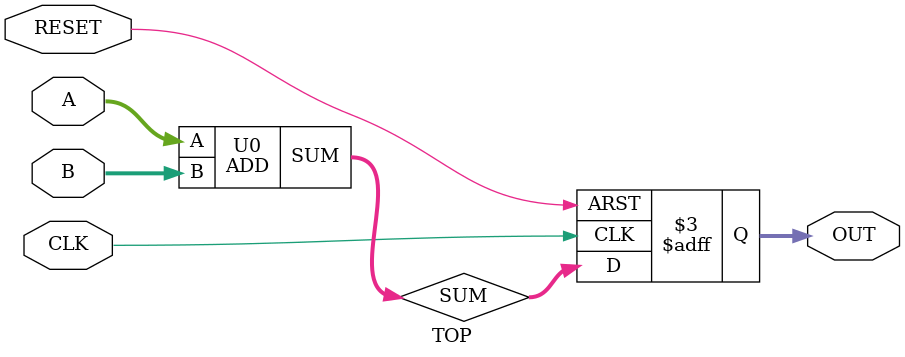
<source format=v>
`timescale 1ns / 1ps
module ADD(A,B,SUM);

input [7:0] A,B;
output [7:0] SUM;
	assign SUM=A+B;

endmodule

module TOP(CLK,RESET,A,B,OUT);
input CLK,RESET;
input [7:0] A,B;
output [7:0] OUT;
reg [7:0] OUT;
wire [7:0] SUM;
ADD U0(.A(A),.B(B),.SUM(SUM));
		
always @(posedge CLK or posedge RESET) begin
			if (RESET) OUT<=8'b0;
			else 			OUT<=SUM;
		end
endmodule

</source>
